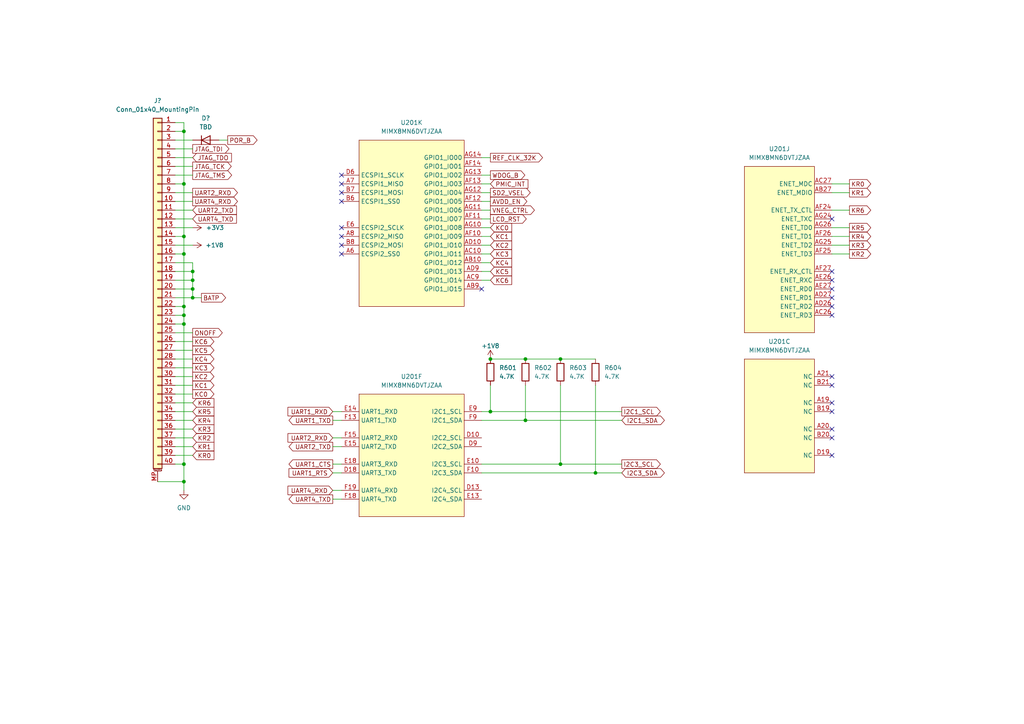
<source format=kicad_sch>
(kicad_sch (version 20211123) (generator eeschema)
  (paper "A4")
  (title_block (title "Sharket") (date "2022-09-21") (rev "0.0"))
  (junction (at 162.56 134.62))
  (junction (at 172.72 137.16))
  (junction (at 162.56 104.14))
  (junction (at 53.34 53.34))
  (junction (at 53.34 73.66))
  (junction (at 142.24 104.14))
  (junction (at 53.34 93.98))
  (junction (at 53.34 68.58))
  (junction (at 55.88 83.82))
  (junction (at 53.34 139.7))
  (junction (at 55.88 81.28))
  (junction (at 53.34 134.62))
  (junction (at 152.4 104.14))
  (junction (at 55.88 86.36))
  (junction (at 152.4 121.92))
  (junction (at 53.34 38.1))
  (junction (at 53.34 91.44))
  (junction (at 142.24 119.38))
  (junction (at 53.34 88.9))
  (junction (at 55.88 78.74))
  (no_connect (at 99.06 50.8))
  (no_connect (at 99.06 53.34))
  (no_connect (at 99.06 55.88))
  (no_connect (at 99.06 58.42))
  (no_connect (at 99.06 66.04))
  (no_connect (at 99.06 68.58))
  (no_connect (at 99.06 71.12))
  (no_connect (at 99.06 73.66))
  (no_connect (at 241.3 86.36))
  (no_connect (at 241.3 119.38))
  (no_connect (at 241.3 78.74))
  (no_connect (at 241.3 91.44))
  (no_connect (at 139.7 83.82))
  (no_connect (at 241.3 127))
  (no_connect (at 241.3 124.46))
  (no_connect (at 241.3 116.84))
  (no_connect (at 241.3 132.08))
  (no_connect (at 241.3 63.5))
  (no_connect (at 241.3 111.76))
  (no_connect (at 241.3 81.28))
  (no_connect (at 241.3 88.9))
  (no_connect (at 241.3 109.22))
  (no_connect (at 241.3 83.82))
  (wire (pts (xy 53.34 35.56) (xy 53.34 38.1)))
  (wire (pts (xy 139.7 73.66) (xy 142.24 73.66)))
  (wire (pts (xy 53.34 53.34) (xy 53.34 68.58)))
  (wire (pts (xy 162.56 134.62) (xy 180.34 134.62)))
  (wire (pts (xy 139.7 50.8) (xy 142.24 50.8)))
  (wire (pts (xy 50.8 48.26) (xy 55.88 48.26)))
  (wire (pts (xy 139.7 60.96) (xy 142.24 60.96)))
  (wire (pts (xy 50.8 104.14) (xy 55.88 104.14)))
  (wire (pts (xy 50.8 116.84) (xy 55.88 116.84)))
  (wire (pts (xy 55.88 83.82) (xy 55.88 86.36)))
  (wire (pts (xy 50.8 68.58) (xy 53.34 68.58)))
  (wire (pts (xy 50.8 53.34) (xy 53.34 53.34)))
  (wire (pts (xy 96.52 121.92) (xy 99.06 121.92)))
  (wire (pts (xy 139.7 53.34) (xy 142.24 53.34)))
  (wire (pts (xy 139.7 134.62) (xy 162.56 134.62)))
  (wire (pts (xy 50.8 132.08) (xy 55.88 132.08)))
  (wire (pts (xy 139.7 66.04) (xy 142.24 66.04)))
  (wire (pts (xy 50.8 129.54) (xy 55.88 129.54)))
  (wire (pts (xy 50.8 91.44) (xy 53.34 91.44)))
  (wire (pts (xy 50.8 60.96) (xy 55.88 60.96)))
  (wire (pts (xy 50.8 66.04) (xy 55.88 66.04)))
  (wire (pts (xy 55.88 76.2) (xy 55.88 78.74)))
  (wire (pts (xy 50.8 106.68) (xy 55.88 106.68)))
  (wire (pts (xy 50.8 38.1) (xy 53.34 38.1)))
  (wire (pts (xy 139.7 45.72) (xy 142.24 45.72)))
  (wire (pts (xy 53.34 38.1) (xy 53.34 53.34)))
  (wire (pts (xy 152.4 121.92) (xy 180.34 121.92)))
  (wire (pts (xy 50.8 76.2) (xy 55.88 76.2)))
  (wire (pts (xy 50.8 50.8) (xy 55.88 50.8)))
  (wire (pts (xy 139.7 119.38) (xy 142.24 119.38)))
  (wire (pts (xy 172.72 111.76) (xy 172.72 137.16)))
  (wire (pts (xy 50.8 86.36) (xy 55.88 86.36)))
  (wire (pts (xy 50.8 119.38) (xy 55.88 119.38)))
  (wire (pts (xy 241.3 66.04) (xy 246.38 66.04)))
  (wire (pts (xy 50.8 81.28) (xy 55.88 81.28)))
  (wire (pts (xy 50.8 43.18) (xy 55.88 43.18)))
  (wire (pts (xy 139.7 58.42) (xy 142.24 58.42)))
  (wire (pts (xy 50.8 121.92) (xy 55.88 121.92)))
  (wire (pts (xy 50.8 109.22) (xy 55.88 109.22)))
  (wire (pts (xy 96.52 134.62) (xy 99.06 134.62)))
  (wire (pts (xy 96.52 137.16) (xy 99.06 137.16)))
  (wire (pts (xy 50.8 40.64) (xy 55.88 40.64)))
  (wire (pts (xy 53.34 139.7) (xy 53.34 142.24)))
  (wire (pts (xy 139.7 71.12) (xy 142.24 71.12)))
  (wire (pts (xy 50.8 96.52) (xy 55.88 96.52)))
  (wire (pts (xy 55.88 78.74) (xy 55.88 81.28)))
  (wire (pts (xy 53.34 134.62) (xy 53.34 139.7)))
  (wire (pts (xy 139.7 121.92) (xy 152.4 121.92)))
  (wire (pts (xy 53.34 93.98) (xy 53.34 134.62)))
  (wire (pts (xy 50.8 58.42) (xy 55.88 58.42)))
  (wire (pts (xy 53.34 91.44) (xy 53.34 93.98)))
  (wire (pts (xy 50.8 83.82) (xy 55.88 83.82)))
  (wire (pts (xy 96.52 119.38) (xy 99.06 119.38)))
  (wire (pts (xy 50.8 99.06) (xy 55.88 99.06)))
  (wire (pts (xy 55.88 81.28) (xy 55.88 83.82)))
  (wire (pts (xy 241.3 53.34) (xy 246.38 53.34)))
  (wire (pts (xy 241.3 60.96) (xy 246.38 60.96)))
  (wire (pts (xy 50.8 45.72) (xy 55.88 45.72)))
  (wire (pts (xy 139.7 78.74) (xy 142.24 78.74)))
  (wire (pts (xy 99.06 129.54) (xy 96.52 129.54)))
  (wire (pts (xy 96.52 144.78) (xy 99.06 144.78)))
  (wire (pts (xy 241.3 71.12) (xy 246.38 71.12)))
  (wire (pts (xy 50.8 73.66) (xy 53.34 73.66)))
  (wire (pts (xy 241.3 68.58) (xy 246.38 68.58)))
  (wire (pts (xy 139.7 68.58) (xy 142.24 68.58)))
  (wire (pts (xy 96.52 142.24) (xy 99.06 142.24)))
  (wire (pts (xy 50.8 111.76) (xy 55.88 111.76)))
  (wire (pts (xy 50.8 124.46) (xy 55.88 124.46)))
  (wire (pts (xy 241.3 73.66) (xy 246.38 73.66)))
  (wire (pts (xy 152.4 111.76) (xy 152.4 121.92)))
  (wire (pts (xy 139.7 63.5) (xy 142.24 63.5)))
  (wire (pts (xy 99.06 127) (xy 96.52 127)))
  (wire (pts (xy 53.34 88.9) (xy 53.34 91.44)))
  (wire (pts (xy 50.8 35.56) (xy 53.34 35.56)))
  (wire (pts (xy 50.8 78.74) (xy 55.88 78.74)))
  (wire (pts (xy 50.8 55.88) (xy 55.88 55.88)))
  (wire (pts (xy 50.8 101.6) (xy 55.88 101.6)))
  (wire (pts (xy 139.7 55.88) (xy 142.24 55.88)))
  (wire (pts (xy 142.24 104.14) (xy 152.4 104.14)))
  (wire (pts (xy 139.7 137.16) (xy 172.72 137.16)))
  (wire (pts (xy 172.72 137.16) (xy 180.34 137.16)))
  (wire (pts (xy 50.8 88.9) (xy 53.34 88.9)))
  (wire (pts (xy 53.34 68.58) (xy 53.34 73.66)))
  (wire (pts (xy 50.8 63.5) (xy 55.88 63.5)))
  (wire (pts (xy 162.56 111.76) (xy 162.56 134.62)))
  (wire (pts (xy 45.72 139.7) (xy 53.34 139.7)))
  (wire (pts (xy 50.8 127) (xy 55.88 127)))
  (wire (pts (xy 63.5 40.64) (xy 66.04 40.64)))
  (wire (pts (xy 162.56 104.14) (xy 172.72 104.14)))
  (wire (pts (xy 53.34 73.66) (xy 53.34 88.9)))
  (wire (pts (xy 50.8 71.12) (xy 55.88 71.12)))
  (wire (pts (xy 152.4 104.14) (xy 162.56 104.14)))
  (wire (pts (xy 142.24 119.38) (xy 180.34 119.38)))
  (wire (pts (xy 139.7 81.28) (xy 142.24 81.28)))
  (wire (pts (xy 142.24 111.76) (xy 142.24 119.38)))
  (wire (pts (xy 50.8 93.98) (xy 53.34 93.98)))
  (wire (pts (xy 55.88 86.36) (xy 58.42 86.36)))
  (wire (pts (xy 50.8 134.62) (xy 53.34 134.62)))
  (wire (pts (xy 139.7 76.2) (xy 142.24 76.2)))
  (wire (pts (xy 241.3 55.88) (xy 246.38 55.88)))
  (wire (pts (xy 50.8 114.3) (xy 55.88 114.3)))
  (global_label "WDOG_B" (shape output) (at 142.24 50.8 0) (property "Intersheet References" "${INTERSHEET_REFS}" (effects hide)))
  (global_label "KC4" (shape output) (at 55.88 104.14 0) (property "Intersheet References" "${INTERSHEET_REFS}" (effects hide)))
  (global_label "KR1" (shape output) (at 246.38 55.88 0) (property "Intersheet References" "${INTERSHEET_REFS}" (effects hide)))
  (global_label "KC3" (shape output) (at 55.88 106.68 0) (property "Intersheet References" "${INTERSHEET_REFS}" (effects hide)))
  (global_label "BATP" (shape output) (at 58.42 86.36 0) (property "Intersheet References" "${INTERSHEET_REFS}" (effects hide)))
  (global_label "UART4_RXD" (shape output) (at 55.88 58.42 0) (property "Intersheet References" "${INTERSHEET_REFS}" (effects hide)))
  (global_label "KR5" (shape input) (at 55.88 119.38 0) (property "Intersheet References" "${INTERSHEET_REFS}" (effects hide)))
  (global_label "I2C3_SCL" (shape output) (at 180.34 134.62 0) (property "Intersheet References" "${INTERSHEET_REFS}" (effects hide)))
  (global_label "KR0" (shape input) (at 55.88 132.08 0) (property "Intersheet References" "${INTERSHEET_REFS}" (effects hide)))
  (global_label "JTAG_TCK" (shape output) (at 55.88 48.26 0) (property "Intersheet References" "${INTERSHEET_REFS}" (effects hide)))
  (global_label "UART2_TXD" (shape output) (at 96.52 129.54 180) (property "Intersheet References" "${INTERSHEET_REFS}" (effects hide)))
  (global_label "UART1_TXD" (shape output) (at 96.52 121.92 180) (property "Intersheet References" "${INTERSHEET_REFS}" (effects hide)))
  (global_label "POR_B" (shape output) (at 66.04 40.64 0) (property "Intersheet References" "${INTERSHEET_REFS}" (effects hide)))
  (global_label "UART1_RXD" (shape input) (at 96.52 119.38 180) (property "Intersheet References" "${INTERSHEET_REFS}" (effects hide)))
  (global_label "KR4" (shape output) (at 246.38 68.58 0) (property "Intersheet References" "${INTERSHEET_REFS}" (effects hide)))
  (global_label "KR4" (shape input) (at 55.88 121.92 0) (property "Intersheet References" "${INTERSHEET_REFS}" (effects hide)))
  (global_label "KR6" (shape input) (at 55.88 116.84 0) (property "Intersheet References" "${INTERSHEET_REFS}" (effects hide)))
  (global_label "UART2_RXD" (shape output) (at 55.88 55.88 0) (property "Intersheet References" "${INTERSHEET_REFS}" (effects hide)))
  (global_label "KC0" (shape output) (at 55.88 114.3 0) (property "Intersheet References" "${INTERSHEET_REFS}" (effects hide)))
  (global_label "KR2" (shape output) (at 246.38 73.66 0) (property "Intersheet References" "${INTERSHEET_REFS}" (effects hide)))
  (global_label "KC1" (shape output) (at 55.88 111.76 0) (property "Intersheet References" "${INTERSHEET_REFS}" (effects hide)))
  (global_label "KC2" (shape input) (at 142.24 71.12 0) (property "Intersheet References" "${INTERSHEET_REFS}" (effects hide)))
  (global_label "KC1" (shape input) (at 142.24 68.58 0) (property "Intersheet References" "${INTERSHEET_REFS}" (effects hide)))
  (global_label "I2C1_SDA" (shape bidirectional) (at 180.34 121.92 0) (property "Intersheet References" "${INTERSHEET_REFS}" (effects hide)))
  (global_label "KR2" (shape input) (at 55.88 127 0) (property "Intersheet References" "${INTERSHEET_REFS}" (effects hide)))
  (global_label "REF_CLK_32K" (shape output) (at 142.24 45.72 0) (property "Intersheet References" "${INTERSHEET_REFS}" (effects hide)))
  (global_label "ONOFF" (shape output) (at 55.88 96.52 0) (property "Intersheet References" "${INTERSHEET_REFS}" (effects hide)))
  (global_label "KR0" (shape output) (at 246.38 53.34 0) (property "Intersheet References" "${INTERSHEET_REFS}" (effects hide)))
  (global_label "KR5" (shape output) (at 246.38 66.04 0) (property "Intersheet References" "${INTERSHEET_REFS}" (effects hide)))
  (global_label "JTAG_TMS" (shape output) (at 55.88 50.8 0) (property "Intersheet References" "${INTERSHEET_REFS}" (effects hide)))
  (global_label "KR3" (shape input) (at 55.88 124.46 0) (property "Intersheet References" "${INTERSHEET_REFS}" (effects hide)))
  (global_label "I2C1_SCL" (shape output) (at 180.34 119.38 0) (property "Intersheet References" "${INTERSHEET_REFS}" (effects hide)))
  (global_label "KR3" (shape output) (at 246.38 71.12 0) (property "Intersheet References" "${INTERSHEET_REFS}" (effects hide)))
  (global_label "JTAG_TDO" (shape input) (at 55.88 45.72 0) (property "Intersheet References" "${INTERSHEET_REFS}" (effects hide)))
  (global_label "AVDD_EN" (shape output) (at 142.24 58.42 0) (property "Intersheet References" "${INTERSHEET_REFS}" (effects hide)))
  (global_label "JTAG_TDI" (shape output) (at 55.88 43.18 0) (property "Intersheet References" "${INTERSHEET_REFS}" (effects hide)))
  (global_label "I2C3_SDA" (shape bidirectional) (at 180.34 137.16 0) (property "Intersheet References" "${INTERSHEET_REFS}" (effects hide)))
  (global_label "KC5" (shape output) (at 55.88 101.6 0) (property "Intersheet References" "${INTERSHEET_REFS}" (effects hide)))
  (global_label "KC3" (shape input) (at 142.24 73.66 0) (property "Intersheet References" "${INTERSHEET_REFS}" (effects hide)))
  (global_label "UART2_TXD" (shape input) (at 55.88 60.96 0) (property "Intersheet References" "${INTERSHEET_REFS}" (effects hide)))
  (global_label "UART4_TXD" (shape input) (at 55.88 63.5 0) (property "Intersheet References" "${INTERSHEET_REFS}" (effects hide)))
  (global_label "PMIC_INT" (shape input) (at 142.24 53.34 0) (property "Intersheet References" "${INTERSHEET_REFS}" (effects hide)))
  (global_label "KC5" (shape input) (at 142.24 78.74 0) (property "Intersheet References" "${INTERSHEET_REFS}" (effects hide)))
  (global_label "UART2_RXD" (shape input) (at 96.52 127 180) (property "Intersheet References" "${INTERSHEET_REFS}" (effects hide)))
  (global_label "KC2" (shape output) (at 55.88 109.22 0) (property "Intersheet References" "${INTERSHEET_REFS}" (effects hide)))
  (global_label "UART1_RTS" (shape input) (at 96.52 137.16 180) (property "Intersheet References" "${INTERSHEET_REFS}" (effects hide)))
  (global_label "UART4_TXD" (shape output) (at 96.52 144.78 180) (property "Intersheet References" "${INTERSHEET_REFS}" (effects hide)))
  (global_label "KC6" (shape input) (at 142.24 81.28 0) (property "Intersheet References" "${INTERSHEET_REFS}" (effects hide)))
  (global_label "VNEG_CTRL" (shape output) (at 142.24 60.96 0) (property "Intersheet References" "${INTERSHEET_REFS}" (effects hide)))
  (global_label "LCD_RST" (shape output) (at 142.24 63.5 0) (property "Intersheet References" "${INTERSHEET_REFS}" (effects hide)))
  (global_label "KC6" (shape output) (at 55.88 99.06 0) (property "Intersheet References" "${INTERSHEET_REFS}" (effects hide)))
  (global_label "KC4" (shape input) (at 142.24 76.2 0) (property "Intersheet References" "${INTERSHEET_REFS}" (effects hide)))
  (global_label "KR6" (shape output) (at 246.38 60.96 0) (property "Intersheet References" "${INTERSHEET_REFS}" (effects hide)))
  (global_label "KC0" (shape input) (at 142.24 66.04 0) (property "Intersheet References" "${INTERSHEET_REFS}" (effects hide)))
  (global_label "UART1_CTS" (shape output) (at 96.52 134.62 180) (property "Intersheet References" "${INTERSHEET_REFS}" (effects hide)))
  (global_label "SD2_VSEL" (shape output) (at 142.24 55.88 0) (property "Intersheet References" "${INTERSHEET_REFS}" (effects hide)))
  (global_label "KR1" (shape input) (at 55.88 129.54 0) (property "Intersheet References" "${INTERSHEET_REFS}" (effects hide)))
  (global_label "UART4_RXD" (shape input) (at 96.52 142.24 180) (property "Intersheet References" "${INTERSHEET_REFS}" (effects hide)))
  (symbol (lib_id "Device:R") (at 162.56 107.95 0) (unit 1)
    (property "Reference" "R603" (at 165.1 106.68 0) (effects (justify left)))
    (property "Value" "4.7K" (at 165.1 109.22 0) (effects (justify left)))
    (property "Footprint" "Resistor_SMD:R_0402_1005Metric" (effects hide))
  )
  (symbol (lib_id "power:+1V8") (at 55.88 71.12 270) (unit 1)
    (property "Reference" "#PWR?" (effects hide))
    (property "Value" "+1V8" (at 62.23 71.12 90))
  )
  (symbol (lib_id "power:GND") (at 53.34 142.24 0) (unit 1)
    (property "Reference" "#PWR0602" (effects hide))
    (property "Value" "GND" (at 53.34 147.32 0))
  )
  (symbol (lib_id "symbols:MIMX8MN6DVTJZAA") (at 226.06 43.18 0) (unit 10)
    (property "Reference" "U201" (at 226.06 43.18 0))
    (property "Value" "MIMX8MN6DVTJZAA" (at 226.06 45.72 0))
    (property "Footprint" "footprint:BGA-486_27x27_14.0x14.0mm" (effects hide))
  )
  (symbol (lib_id "Connector_Generic_MountingPin:Conn_01x40_MountingPin") (at 45.72 83.82 0) (mirror y) (unit 1)
    (property "Reference" "J?" (at 45.72 29.21 0))
    (property "Value" "Conn_01x40_MountingPin" (at 45.72 31.75 0))
    (property "Footprint" "Connector_FFC-FPC:TE_4-1734839-0_1x40-1MP_P0.5mm_Horizontal" (effects hide))
  )
  (symbol (lib_id "Device:R") (at 172.72 107.95 0) (unit 1)
    (property "Reference" "R604" (at 175.26 106.68 0) (effects (justify left)))
    (property "Value" "4.7K" (at 175.26 109.22 0) (effects (justify left)))
    (property "Footprint" "Resistor_SMD:R_0402_1005Metric" (effects hide))
  )
  (symbol (lib_id "Device:R") (at 152.4 107.95 0) (unit 1)
    (property "Reference" "R602" (at 154.94 106.68 0) (effects (justify left)))
    (property "Value" "4.7K" (at 154.94 109.22 0) (effects (justify left)))
    (property "Footprint" "Resistor_SMD:R_0402_1005Metric" (effects hide))
  )
  (symbol (lib_id "symbols:MIMX8MN6DVTJZAA") (at 119.38 35.56 0) (unit 11)
    (property "Reference" "U201" (at 119.38 35.56 0))
    (property "Value" "MIMX8MN6DVTJZAA" (at 119.38 38.1 0))
    (property "Footprint" "footprint:BGA-486_27x27_14.0x14.0mm" (effects hide))
  )
  (symbol (lib_id "power:+3V3") (at 55.88 66.04 270) (unit 1)
    (property "Reference" "#PWR?" (effects hide))
    (property "Value" "+3V3" (at 59.69 66.0399 90) (effects (justify left)))
  )
  (symbol (lib_id "symbols:MIMX8MN6DVTJZAA") (at 119.38 109.22 0) (unit 6)
    (property "Reference" "U201" (at 119.38 109.22 0))
    (property "Value" "MIMX8MN6DVTJZAA" (at 119.38 111.76 0))
    (property "Footprint" "footprint:BGA-486_27x27_14.0x14.0mm" (effects hide))
  )
  (symbol (lib_id "symbols:MIMX8MN6DVTJZAA") (at 226.06 99.06 0) (unit 3)
    (property "Reference" "U201" (at 226.06 99.06 0))
    (property "Value" "MIMX8MN6DVTJZAA" (at 226.06 101.6 0))
    (property "Footprint" "footprint:BGA-486_27x27_14.0x14.0mm" (effects hide))
  )
  (symbol (lib_id "power:+1V8") (at 142.24 104.14 0) (unit 1)
    (property "Reference" "#PWR0601" (effects hide))
    (property "Value" "+1V8" (at 142.24 100.33 0))
  )
  (symbol (lib_id "Device:D") (at 59.69 40.64 0) (unit 1)
    (property "Reference" "D?" (at 59.69 34.29 0))
    (property "Value" "TBD" (at 59.69 36.83 0))
    (property "Footprint" "Diode_SMD:D_SOD-323" (effects hide))
  )
  (symbol (lib_id "Device:R") (at 142.24 107.95 0) (unit 1)
    (property "Reference" "R601" (at 144.78 106.68 0) (effects (justify left)))
    (property "Value" "4.7K" (at 144.78 109.22 0) (effects (justify left)))
    (property "Footprint" "Resistor_SMD:R_0402_1005Metric" (effects hide))
  )
)
</source>
